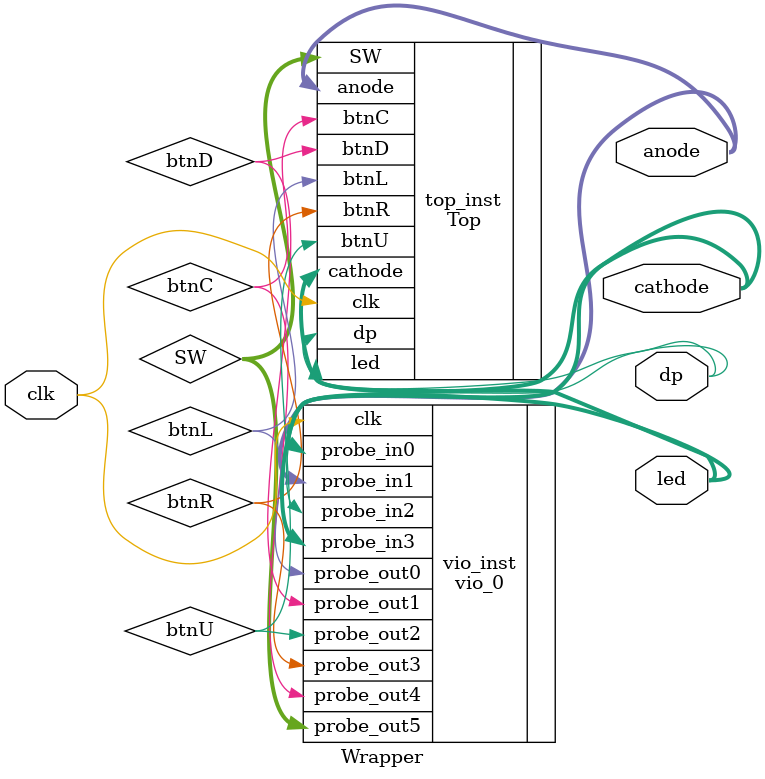
<source format=v>
/*
  Template wrapper file for NUS labs:
  Might need some slight modifications based on top file
 */

module Wrapper(
  input clk,
  output [15:0] led,
  output dp,
  output [7:0] anode,
  output [6:0] cathode
);

wire btnL, btnD, btnU, btnR, btnC;
wire [15:0] SW;

vio_0
vio_inst (
  .clk(clk),
  .probe_in0(cathode),
  .probe_in1(anode),
  .probe_in2(dp),
  .probe_in3(led),

  .probe_out0(btnL),
  .probe_out1(btnD),
  .probe_out2(btnU),
  .probe_out3(btnR),
  .probe_out4(btnC),
  .probe_out5(SW)
);

Top 
top_inst (
  .clk(clk),

  .btnL(btnL),
  .btnD(btnD),
  .btnU(btnU),
  .btnR(btnR),
  .btnC(btnC),
  .SW(SW),

  .cathode(cathode),
  .anode(anode),
  .dp(dp),
  .led(led)
);

endmodule

</source>
